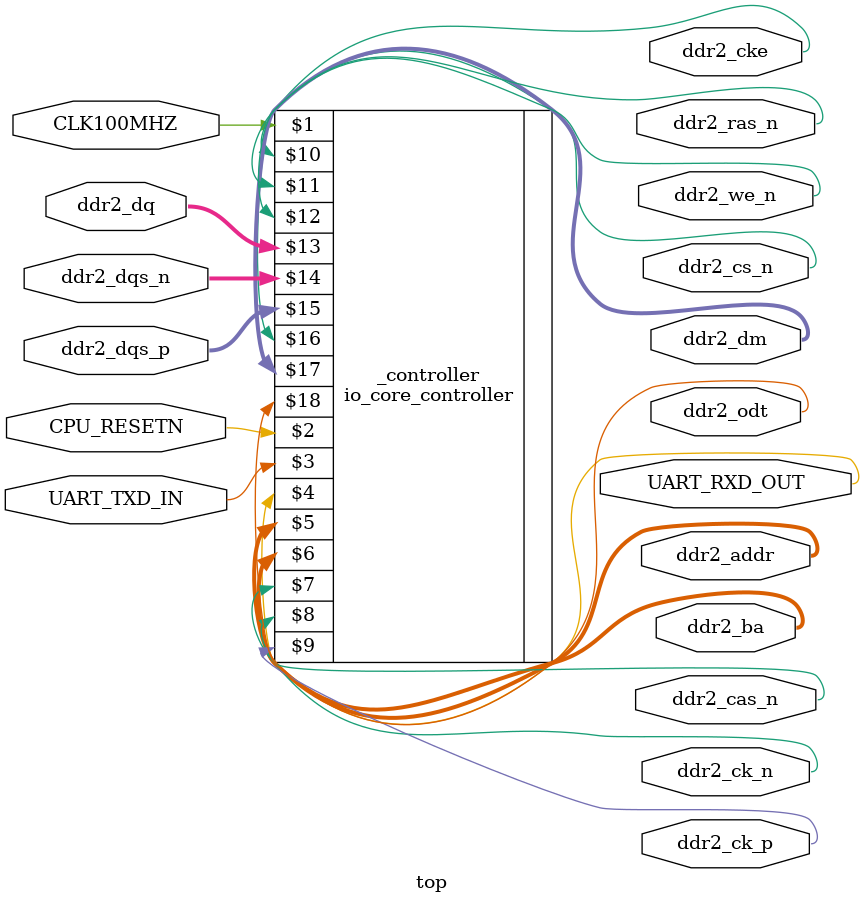
<source format=v>
`default_nettype none

module top (
        input wire          CLK100MHZ,
        input wire          CPU_RESETN,
        input wire          UART_TXD_IN,
        output wire         UART_RXD_OUT,
        // DDR2
        output wire [12:0]  ddr2_addr,
        output wire [2:0]   ddr2_ba,
        output wire	        ddr2_cas_n,
        output wire [0:0]   ddr2_ck_n,
        output wire [0:0]   ddr2_ck_p,
        output wire [0:0]   ddr2_cke,
        output wire	        ddr2_ras_n,
        output wire	        ddr2_we_n,
        inout wire [15:0]   ddr2_dq,
        inout wire [1:0]    ddr2_dqs_n,
        inout wire [1:0]    ddr2_dqs_p,
        output wire [0:0]   ddr2_cs_n,
        output wire [1:0]   ddr2_dm,
        output wire [0:0]   ddr2_odt
    );

    // DDR2 wires
    // wire [12:0] ddr2_addr;
    // wire [2:0] ddr2_ba;
    // wire ddr2_cas_n;
    // wire [0:0] ddr2_ck_n;
    // wire [0:0] ddr2_ck_p;
    // wire [0:0] ddr2_cke;
    // wire ddr2_ras_n;
    // wire ddr2_we_n;
    // wire [15:0] ddr2_dq;
    // wire [1:0] ddr2_dqs_n;
    // wire [1:0] ddr2_dqs_p;
    // wire [0:0] ddr2_cs_n;
    // wire [1:0] ddr2_dm;
    // wire [0:0] ddr2_odt;

    io_core_controller _controller (
        CLK100MHZ,
        CPU_RESETN,
        UART_TXD_IN,
        UART_RXD_OUT,
        ddr2_addr,
        ddr2_ba,
        ddr2_cas_n,
        ddr2_ck_n,
        ddr2_ck_p,
        ddr2_cke,
        ddr2_ras_n,
        ddr2_we_n,
        ddr2_dq,
        ddr2_dqs_n,
        ddr2_dqs_p,
        ddr2_cs_n,
        ddr2_dm,
        ddr2_odt
    );

endmodule

`default_nettype wire

</source>
